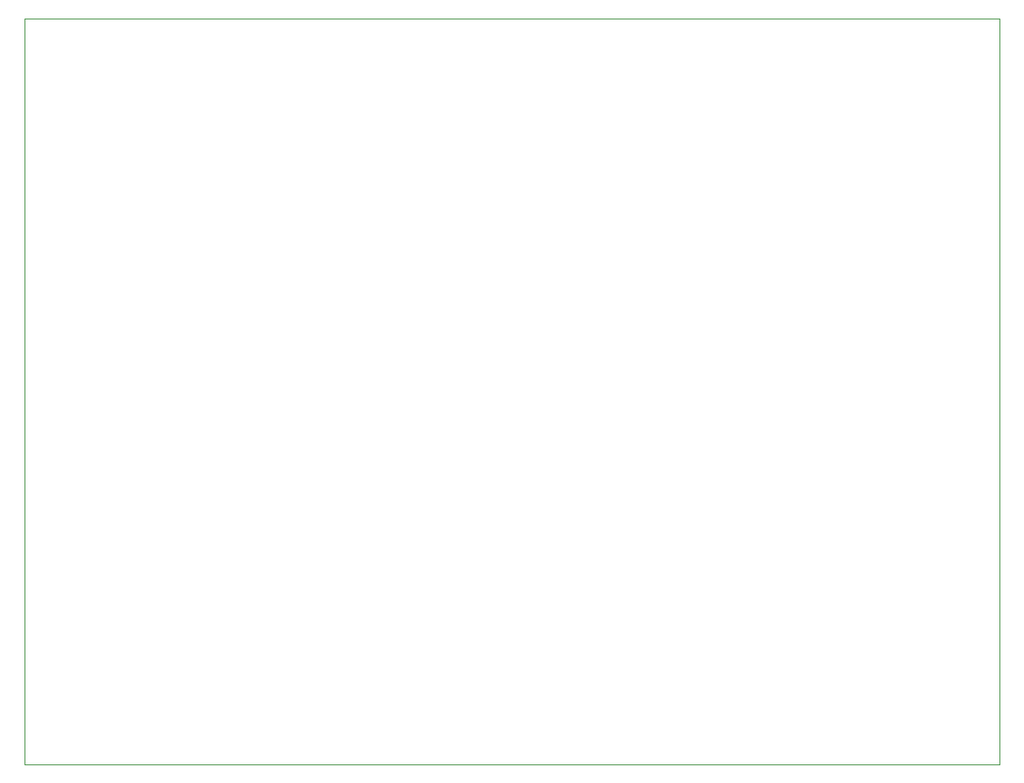
<source format=gbr>
%TF.GenerationSoftware,KiCad,Pcbnew,9.0.7*%
%TF.CreationDate,2026-01-31T21:14:52+02:00*%
%TF.ProjectId,Hackpad,4861636b-7061-4642-9e6b-696361645f70,rev?*%
%TF.SameCoordinates,Original*%
%TF.FileFunction,Profile,NP*%
%FSLAX46Y46*%
G04 Gerber Fmt 4.6, Leading zero omitted, Abs format (unit mm)*
G04 Created by KiCad (PCBNEW 9.0.7) date 2026-01-31 21:14:52*
%MOMM*%
%LPD*%
G01*
G04 APERTURE LIST*
%TA.AperFunction,Profile*%
%ADD10C,0.050000*%
%TD*%
G04 APERTURE END LIST*
D10*
X54960000Y-30300000D02*
X152600000Y-30300000D01*
X152600000Y-105000000D01*
X54960000Y-105000000D01*
X54960000Y-30300000D01*
M02*

</source>
